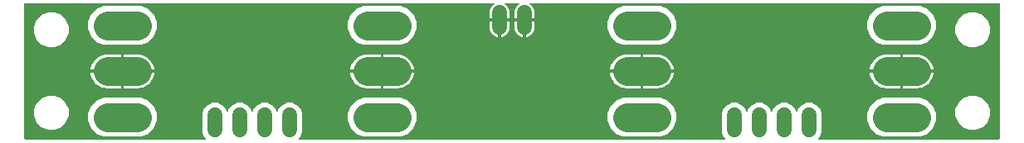
<source format=gbr>
G04 EAGLE Gerber RS-274X export*
G75*
%MOMM*%
%FSLAX34Y34*%
%LPD*%
%INBottom Copper*%
%IPPOS*%
%AMOC8*
5,1,8,0,0,1.08239X$1,22.5*%
G01*
%ADD10C,1.524000*%
%ADD11C,3.000000*%

G36*
X187164Y2512D02*
X187164Y2512D01*
X187235Y2514D01*
X187284Y2532D01*
X187336Y2540D01*
X187399Y2574D01*
X187466Y2599D01*
X187507Y2631D01*
X187553Y2656D01*
X187603Y2708D01*
X187659Y2752D01*
X187687Y2796D01*
X187723Y2834D01*
X187753Y2899D01*
X187792Y2959D01*
X187804Y3010D01*
X187826Y3057D01*
X187834Y3128D01*
X187852Y3198D01*
X187848Y3250D01*
X187853Y3301D01*
X187838Y3372D01*
X187832Y3443D01*
X187812Y3491D01*
X187801Y3542D01*
X187764Y3603D01*
X187736Y3669D01*
X187691Y3725D01*
X187675Y3753D01*
X187657Y3768D01*
X187631Y3800D01*
X186201Y5231D01*
X184279Y9870D01*
X184279Y30130D01*
X186201Y34769D01*
X189751Y38319D01*
X194390Y40241D01*
X199410Y40241D01*
X204049Y38319D01*
X207599Y34769D01*
X208897Y31637D01*
X208935Y31576D01*
X208964Y31511D01*
X208999Y31472D01*
X209026Y31428D01*
X209082Y31382D01*
X209130Y31329D01*
X209176Y31304D01*
X209216Y31271D01*
X209283Y31245D01*
X209346Y31211D01*
X209397Y31202D01*
X209445Y31183D01*
X209517Y31180D01*
X209588Y31167D01*
X209639Y31175D01*
X209691Y31172D01*
X209760Y31192D01*
X209831Y31203D01*
X209877Y31227D01*
X209927Y31241D01*
X209986Y31282D01*
X210050Y31314D01*
X210087Y31352D01*
X210129Y31381D01*
X210172Y31439D01*
X210222Y31490D01*
X210257Y31553D01*
X210276Y31579D01*
X210283Y31601D01*
X210303Y31637D01*
X211601Y34769D01*
X215151Y38319D01*
X219790Y40241D01*
X224810Y40241D01*
X229449Y38319D01*
X232999Y34769D01*
X234297Y31637D01*
X234335Y31576D01*
X234364Y31511D01*
X234399Y31472D01*
X234426Y31428D01*
X234482Y31382D01*
X234530Y31329D01*
X234576Y31304D01*
X234616Y31271D01*
X234683Y31245D01*
X234746Y31211D01*
X234797Y31202D01*
X234845Y31183D01*
X234917Y31180D01*
X234988Y31167D01*
X235039Y31175D01*
X235091Y31172D01*
X235160Y31192D01*
X235231Y31203D01*
X235277Y31227D01*
X235327Y31241D01*
X235386Y31282D01*
X235450Y31314D01*
X235487Y31352D01*
X235529Y31381D01*
X235572Y31439D01*
X235622Y31490D01*
X235657Y31553D01*
X235676Y31579D01*
X235683Y31601D01*
X235703Y31637D01*
X237001Y34769D01*
X240551Y38319D01*
X245190Y40241D01*
X250210Y40241D01*
X254849Y38319D01*
X258399Y34769D01*
X259697Y31637D01*
X259735Y31576D01*
X259764Y31511D01*
X259799Y31472D01*
X259826Y31428D01*
X259882Y31382D01*
X259930Y31329D01*
X259976Y31304D01*
X260016Y31271D01*
X260083Y31245D01*
X260146Y31211D01*
X260197Y31202D01*
X260245Y31183D01*
X260317Y31180D01*
X260388Y31167D01*
X260439Y31175D01*
X260491Y31172D01*
X260560Y31192D01*
X260631Y31203D01*
X260677Y31227D01*
X260727Y31241D01*
X260786Y31282D01*
X260850Y31314D01*
X260887Y31352D01*
X260929Y31381D01*
X260972Y31439D01*
X261022Y31490D01*
X261057Y31553D01*
X261076Y31579D01*
X261083Y31601D01*
X261103Y31637D01*
X262401Y34769D01*
X265951Y38319D01*
X270590Y40241D01*
X275610Y40241D01*
X280249Y38319D01*
X283799Y34769D01*
X285721Y30130D01*
X285721Y9870D01*
X283799Y5231D01*
X282369Y3800D01*
X282327Y3742D01*
X282277Y3690D01*
X282256Y3643D01*
X282225Y3601D01*
X282204Y3532D01*
X282174Y3467D01*
X282168Y3415D01*
X282153Y3365D01*
X282155Y3294D01*
X282147Y3223D01*
X282158Y3172D01*
X282159Y3120D01*
X282184Y3052D01*
X282199Y2982D01*
X282226Y2937D01*
X282244Y2889D01*
X282288Y2833D01*
X282325Y2771D01*
X282365Y2737D01*
X282397Y2697D01*
X282458Y2658D01*
X282512Y2611D01*
X282560Y2592D01*
X282604Y2564D01*
X282674Y2546D01*
X282740Y2519D01*
X282812Y2511D01*
X282843Y2503D01*
X282866Y2505D01*
X282907Y2501D01*
X717093Y2501D01*
X717164Y2512D01*
X717235Y2514D01*
X717284Y2532D01*
X717336Y2540D01*
X717399Y2574D01*
X717466Y2599D01*
X717507Y2631D01*
X717553Y2656D01*
X717603Y2708D01*
X717659Y2752D01*
X717687Y2796D01*
X717723Y2834D01*
X717753Y2899D01*
X717792Y2959D01*
X717804Y3010D01*
X717826Y3057D01*
X717834Y3128D01*
X717852Y3198D01*
X717848Y3250D01*
X717853Y3301D01*
X717838Y3372D01*
X717832Y3443D01*
X717812Y3491D01*
X717801Y3542D01*
X717764Y3603D01*
X717736Y3669D01*
X717691Y3725D01*
X717675Y3753D01*
X717657Y3768D01*
X717631Y3800D01*
X716201Y5231D01*
X714279Y9870D01*
X714279Y30130D01*
X716201Y34769D01*
X719751Y38319D01*
X724390Y40241D01*
X729410Y40241D01*
X734049Y38319D01*
X737599Y34769D01*
X738897Y31637D01*
X738935Y31576D01*
X738964Y31511D01*
X738999Y31472D01*
X739026Y31428D01*
X739082Y31382D01*
X739130Y31329D01*
X739176Y31304D01*
X739216Y31271D01*
X739283Y31245D01*
X739346Y31211D01*
X739397Y31202D01*
X739445Y31183D01*
X739517Y31180D01*
X739588Y31167D01*
X739639Y31175D01*
X739691Y31172D01*
X739760Y31192D01*
X739831Y31203D01*
X739877Y31227D01*
X739927Y31241D01*
X739986Y31282D01*
X740050Y31314D01*
X740087Y31352D01*
X740129Y31381D01*
X740172Y31439D01*
X740222Y31490D01*
X740257Y31553D01*
X740276Y31579D01*
X740283Y31601D01*
X740303Y31637D01*
X741601Y34769D01*
X745151Y38319D01*
X749790Y40241D01*
X754810Y40241D01*
X759449Y38319D01*
X762999Y34769D01*
X764297Y31637D01*
X764335Y31576D01*
X764364Y31511D01*
X764399Y31472D01*
X764426Y31428D01*
X764482Y31382D01*
X764530Y31329D01*
X764576Y31304D01*
X764616Y31271D01*
X764683Y31245D01*
X764746Y31211D01*
X764797Y31202D01*
X764845Y31183D01*
X764917Y31180D01*
X764988Y31167D01*
X765039Y31175D01*
X765091Y31172D01*
X765160Y31192D01*
X765231Y31203D01*
X765277Y31227D01*
X765327Y31241D01*
X765386Y31282D01*
X765450Y31314D01*
X765487Y31352D01*
X765529Y31381D01*
X765572Y31439D01*
X765622Y31490D01*
X765657Y31553D01*
X765676Y31579D01*
X765683Y31601D01*
X765703Y31637D01*
X767001Y34769D01*
X770551Y38319D01*
X775190Y40241D01*
X780210Y40241D01*
X784849Y38319D01*
X788399Y34769D01*
X789697Y31637D01*
X789735Y31576D01*
X789764Y31511D01*
X789799Y31472D01*
X789826Y31428D01*
X789882Y31382D01*
X789930Y31329D01*
X789976Y31304D01*
X790016Y31271D01*
X790083Y31245D01*
X790146Y31211D01*
X790197Y31202D01*
X790245Y31183D01*
X790317Y31180D01*
X790388Y31167D01*
X790439Y31175D01*
X790491Y31172D01*
X790560Y31192D01*
X790631Y31203D01*
X790677Y31227D01*
X790727Y31241D01*
X790786Y31282D01*
X790850Y31314D01*
X790887Y31352D01*
X790929Y31381D01*
X790972Y31439D01*
X791022Y31490D01*
X791057Y31553D01*
X791076Y31579D01*
X791083Y31601D01*
X791103Y31637D01*
X792401Y34769D01*
X795951Y38319D01*
X800590Y40241D01*
X805610Y40241D01*
X810249Y38319D01*
X813799Y34769D01*
X815721Y30130D01*
X815721Y9870D01*
X813799Y5231D01*
X812369Y3800D01*
X812327Y3742D01*
X812277Y3690D01*
X812256Y3643D01*
X812225Y3601D01*
X812204Y3532D01*
X812174Y3467D01*
X812168Y3415D01*
X812153Y3365D01*
X812155Y3294D01*
X812147Y3223D01*
X812158Y3172D01*
X812159Y3120D01*
X812184Y3052D01*
X812199Y2982D01*
X812226Y2937D01*
X812244Y2889D01*
X812288Y2833D01*
X812325Y2771D01*
X812365Y2737D01*
X812397Y2697D01*
X812458Y2658D01*
X812512Y2611D01*
X812560Y2592D01*
X812604Y2564D01*
X812674Y2546D01*
X812740Y2519D01*
X812812Y2511D01*
X812843Y2503D01*
X812866Y2505D01*
X812907Y2501D01*
X996738Y2501D01*
X996758Y2504D01*
X996777Y2502D01*
X996879Y2524D01*
X996981Y2540D01*
X996998Y2550D01*
X997018Y2554D01*
X997107Y2607D01*
X997198Y2656D01*
X997212Y2670D01*
X997229Y2680D01*
X997296Y2759D01*
X997368Y2834D01*
X997376Y2852D01*
X997389Y2867D01*
X997428Y2963D01*
X997471Y3057D01*
X997473Y3077D01*
X997481Y3095D01*
X997499Y3262D01*
X997499Y141738D01*
X997496Y141758D01*
X997498Y141777D01*
X997476Y141879D01*
X997460Y141981D01*
X997450Y141998D01*
X997446Y142018D01*
X997393Y142107D01*
X997344Y142198D01*
X997330Y142212D01*
X997320Y142229D01*
X997241Y142296D01*
X997166Y142368D01*
X997148Y142376D01*
X997133Y142389D01*
X997037Y142428D01*
X996943Y142471D01*
X996923Y142473D01*
X996905Y142481D01*
X996738Y142499D01*
X518664Y142499D01*
X518656Y142498D01*
X518648Y142499D01*
X518534Y142478D01*
X518421Y142460D01*
X518414Y142456D01*
X518406Y142454D01*
X518305Y142398D01*
X518204Y142344D01*
X518198Y142339D01*
X518191Y142335D01*
X518113Y142250D01*
X518034Y142166D01*
X518031Y142159D01*
X518025Y142153D01*
X517979Y142047D01*
X517931Y141943D01*
X517930Y141935D01*
X517926Y141928D01*
X517916Y141813D01*
X517903Y141699D01*
X517905Y141691D01*
X517904Y141683D01*
X517931Y141570D01*
X517956Y141458D01*
X517960Y141451D01*
X517962Y141444D01*
X518023Y141345D01*
X518082Y141247D01*
X518088Y141242D01*
X518092Y141235D01*
X518216Y141122D01*
X519293Y140340D01*
X520420Y139213D01*
X521356Y137924D01*
X522079Y136505D01*
X522572Y134990D01*
X522821Y133417D01*
X522821Y126523D01*
X513462Y126523D01*
X513442Y126520D01*
X513423Y126522D01*
X513321Y126500D01*
X513219Y126483D01*
X513202Y126474D01*
X513182Y126470D01*
X513093Y126417D01*
X513002Y126368D01*
X512988Y126354D01*
X512971Y126344D01*
X512904Y126265D01*
X512833Y126190D01*
X512824Y126172D01*
X512811Y126157D01*
X512773Y126061D01*
X512729Y125967D01*
X512727Y125947D01*
X512719Y125929D01*
X512701Y125762D01*
X512701Y124999D01*
X512699Y124999D01*
X512699Y125762D01*
X512696Y125782D01*
X512698Y125801D01*
X512676Y125903D01*
X512659Y126005D01*
X512650Y126022D01*
X512646Y126042D01*
X512593Y126131D01*
X512544Y126222D01*
X512530Y126236D01*
X512520Y126253D01*
X512441Y126320D01*
X512366Y126391D01*
X512348Y126400D01*
X512333Y126413D01*
X512237Y126452D01*
X512143Y126495D01*
X512123Y126497D01*
X512105Y126505D01*
X511938Y126523D01*
X502579Y126523D01*
X502579Y133417D01*
X502828Y134990D01*
X503321Y136505D01*
X504044Y137924D01*
X504980Y139213D01*
X506107Y140340D01*
X507184Y141122D01*
X507189Y141128D01*
X507196Y141132D01*
X507275Y141215D01*
X507357Y141297D01*
X507360Y141304D01*
X507366Y141310D01*
X507414Y141414D01*
X507465Y141518D01*
X507466Y141526D01*
X507469Y141533D01*
X507482Y141647D01*
X507497Y141762D01*
X507496Y141770D01*
X507497Y141777D01*
X507472Y141890D01*
X507450Y142003D01*
X507446Y142010D01*
X507444Y142018D01*
X507385Y142117D01*
X507328Y142217D01*
X507322Y142222D01*
X507318Y142229D01*
X507230Y142304D01*
X507145Y142381D01*
X507137Y142384D01*
X507131Y142389D01*
X507024Y142432D01*
X506918Y142477D01*
X506911Y142478D01*
X506903Y142481D01*
X506736Y142499D01*
X493264Y142499D01*
X493256Y142498D01*
X493248Y142499D01*
X493134Y142478D01*
X493021Y142460D01*
X493014Y142456D01*
X493006Y142454D01*
X492905Y142398D01*
X492804Y142344D01*
X492798Y142339D01*
X492791Y142335D01*
X492713Y142250D01*
X492634Y142166D01*
X492631Y142159D01*
X492625Y142153D01*
X492579Y142047D01*
X492531Y141943D01*
X492530Y141935D01*
X492526Y141928D01*
X492516Y141813D01*
X492503Y141699D01*
X492505Y141691D01*
X492504Y141683D01*
X492531Y141570D01*
X492556Y141458D01*
X492560Y141451D01*
X492562Y141444D01*
X492623Y141345D01*
X492682Y141247D01*
X492688Y141242D01*
X492692Y141235D01*
X492816Y141122D01*
X493893Y140340D01*
X495020Y139213D01*
X495956Y137924D01*
X496679Y136505D01*
X497172Y134990D01*
X497421Y133417D01*
X497421Y126523D01*
X488062Y126523D01*
X488042Y126520D01*
X488023Y126522D01*
X487921Y126500D01*
X487819Y126483D01*
X487802Y126474D01*
X487782Y126470D01*
X487693Y126417D01*
X487602Y126368D01*
X487588Y126354D01*
X487571Y126344D01*
X487504Y126265D01*
X487433Y126190D01*
X487424Y126172D01*
X487411Y126157D01*
X487373Y126061D01*
X487329Y125967D01*
X487327Y125947D01*
X487319Y125929D01*
X487301Y125762D01*
X487301Y124999D01*
X487299Y124999D01*
X487299Y125762D01*
X487296Y125782D01*
X487298Y125801D01*
X487276Y125903D01*
X487259Y126005D01*
X487250Y126022D01*
X487246Y126042D01*
X487193Y126131D01*
X487144Y126222D01*
X487130Y126236D01*
X487120Y126253D01*
X487041Y126320D01*
X486966Y126391D01*
X486948Y126400D01*
X486933Y126413D01*
X486837Y126452D01*
X486743Y126495D01*
X486723Y126497D01*
X486705Y126505D01*
X486538Y126523D01*
X477179Y126523D01*
X477179Y133417D01*
X477428Y134990D01*
X477921Y136505D01*
X478644Y137924D01*
X479580Y139213D01*
X480707Y140340D01*
X481784Y141122D01*
X481789Y141128D01*
X481796Y141132D01*
X481875Y141215D01*
X481957Y141297D01*
X481960Y141304D01*
X481966Y141310D01*
X482014Y141414D01*
X482065Y141518D01*
X482066Y141526D01*
X482069Y141533D01*
X482082Y141647D01*
X482097Y141762D01*
X482096Y141770D01*
X482097Y141777D01*
X482072Y141890D01*
X482050Y142003D01*
X482046Y142010D01*
X482044Y142018D01*
X481985Y142117D01*
X481928Y142217D01*
X481922Y142222D01*
X481918Y142229D01*
X481830Y142304D01*
X481745Y142381D01*
X481737Y142384D01*
X481731Y142389D01*
X481624Y142432D01*
X481518Y142477D01*
X481511Y142478D01*
X481503Y142481D01*
X481336Y142499D01*
X3262Y142499D01*
X3242Y142496D01*
X3223Y142498D01*
X3121Y142476D01*
X3019Y142460D01*
X3002Y142450D01*
X2982Y142446D01*
X2893Y142393D01*
X2802Y142344D01*
X2788Y142330D01*
X2771Y142320D01*
X2704Y142241D01*
X2632Y142166D01*
X2624Y142148D01*
X2611Y142133D01*
X2572Y142037D01*
X2529Y141943D01*
X2527Y141923D01*
X2519Y141905D01*
X2501Y141738D01*
X2501Y3262D01*
X2504Y3242D01*
X2502Y3223D01*
X2524Y3121D01*
X2540Y3019D01*
X2550Y3002D01*
X2554Y2982D01*
X2607Y2893D01*
X2656Y2802D01*
X2670Y2788D01*
X2680Y2771D01*
X2759Y2704D01*
X2834Y2632D01*
X2852Y2624D01*
X2867Y2611D01*
X2963Y2572D01*
X3057Y2529D01*
X3077Y2527D01*
X3095Y2519D01*
X3262Y2501D01*
X187093Y2501D01*
X187164Y2512D01*
G37*
%LPC*%
G36*
X878522Y99489D02*
X878522Y99489D01*
X871170Y102534D01*
X865544Y108160D01*
X862499Y115512D01*
X862499Y123468D01*
X865544Y130820D01*
X871170Y136446D01*
X878522Y139491D01*
X916478Y139491D01*
X923830Y136446D01*
X929456Y130820D01*
X932501Y123468D01*
X932501Y115512D01*
X929456Y108160D01*
X923830Y102534D01*
X916478Y99489D01*
X878522Y99489D01*
G37*
%LPD*%
%LPC*%
G36*
X613522Y99489D02*
X613522Y99489D01*
X606170Y102534D01*
X600544Y108160D01*
X597499Y115512D01*
X597499Y123468D01*
X600544Y130820D01*
X606170Y136446D01*
X613522Y139491D01*
X651478Y139491D01*
X658830Y136446D01*
X664456Y130820D01*
X667501Y123468D01*
X667501Y115512D01*
X664456Y108160D01*
X658830Y102534D01*
X651478Y99489D01*
X613522Y99489D01*
G37*
%LPD*%
%LPC*%
G36*
X348522Y99489D02*
X348522Y99489D01*
X341170Y102534D01*
X335544Y108160D01*
X332499Y115512D01*
X332499Y123468D01*
X335544Y130820D01*
X341170Y136446D01*
X348522Y139491D01*
X386478Y139491D01*
X393830Y136446D01*
X399456Y130820D01*
X402501Y123468D01*
X402501Y115512D01*
X399456Y108160D01*
X393830Y102534D01*
X386478Y99489D01*
X348522Y99489D01*
G37*
%LPD*%
%LPC*%
G36*
X83522Y99489D02*
X83522Y99489D01*
X76170Y102534D01*
X70544Y108160D01*
X67499Y115512D01*
X67499Y123468D01*
X70544Y130820D01*
X76170Y136446D01*
X83522Y139491D01*
X121478Y139491D01*
X128830Y136446D01*
X134456Y130820D01*
X137501Y123468D01*
X137501Y115512D01*
X134456Y108160D01*
X128830Y102534D01*
X121478Y99489D01*
X83522Y99489D01*
G37*
%LPD*%
%LPC*%
G36*
X348522Y5509D02*
X348522Y5509D01*
X341170Y8554D01*
X335544Y14180D01*
X332499Y21532D01*
X332499Y29488D01*
X335544Y36840D01*
X341170Y42466D01*
X348522Y45511D01*
X386478Y45511D01*
X393830Y42466D01*
X399456Y36840D01*
X402501Y29488D01*
X402501Y21532D01*
X399456Y14180D01*
X393830Y8554D01*
X386478Y5509D01*
X348522Y5509D01*
G37*
%LPD*%
%LPC*%
G36*
X83522Y5509D02*
X83522Y5509D01*
X76170Y8554D01*
X70544Y14180D01*
X67499Y21532D01*
X67499Y29488D01*
X70544Y36840D01*
X76170Y42466D01*
X83522Y45511D01*
X121478Y45511D01*
X128830Y42466D01*
X134456Y36840D01*
X137501Y29488D01*
X137501Y21532D01*
X134456Y14180D01*
X128830Y8554D01*
X121478Y5509D01*
X83522Y5509D01*
G37*
%LPD*%
%LPC*%
G36*
X878522Y5509D02*
X878522Y5509D01*
X871170Y8554D01*
X865544Y14180D01*
X862499Y21532D01*
X862499Y29488D01*
X865544Y36840D01*
X871170Y42466D01*
X878522Y45511D01*
X916478Y45511D01*
X923830Y42466D01*
X929456Y36840D01*
X932501Y29488D01*
X932501Y21532D01*
X929456Y14180D01*
X923830Y8554D01*
X916478Y5509D01*
X878522Y5509D01*
G37*
%LPD*%
%LPC*%
G36*
X613522Y5509D02*
X613522Y5509D01*
X606170Y8554D01*
X600544Y14180D01*
X597499Y21532D01*
X597499Y29488D01*
X600544Y36840D01*
X606170Y42466D01*
X613522Y45511D01*
X651478Y45511D01*
X658830Y42466D01*
X664456Y36840D01*
X667501Y29488D01*
X667501Y21532D01*
X664456Y14180D01*
X658830Y8554D01*
X651478Y5509D01*
X613522Y5509D01*
G37*
%LPD*%
%LPC*%
G36*
X966519Y97499D02*
X966519Y97499D01*
X960087Y100164D01*
X955164Y105087D01*
X952499Y111519D01*
X952499Y118481D01*
X955164Y124913D01*
X960087Y129836D01*
X966519Y132501D01*
X973481Y132501D01*
X979913Y129836D01*
X984836Y124913D01*
X987501Y118481D01*
X987501Y111519D01*
X984836Y105087D01*
X979913Y100164D01*
X973481Y97499D01*
X966519Y97499D01*
G37*
%LPD*%
%LPC*%
G36*
X26519Y97499D02*
X26519Y97499D01*
X20087Y100164D01*
X15164Y105087D01*
X12499Y111519D01*
X12499Y118481D01*
X15164Y124913D01*
X20087Y129836D01*
X26519Y132501D01*
X33481Y132501D01*
X39913Y129836D01*
X44836Y124913D01*
X47501Y118481D01*
X47501Y111519D01*
X44836Y105087D01*
X39913Y100164D01*
X33481Y97499D01*
X26519Y97499D01*
G37*
%LPD*%
%LPC*%
G36*
X966519Y12499D02*
X966519Y12499D01*
X960087Y15164D01*
X955164Y20087D01*
X952499Y26519D01*
X952499Y33481D01*
X955164Y39913D01*
X960087Y44836D01*
X966519Y47501D01*
X973481Y47501D01*
X979913Y44836D01*
X984836Y39913D01*
X987501Y33481D01*
X987501Y26519D01*
X984836Y20087D01*
X979913Y15164D01*
X973481Y12499D01*
X966519Y12499D01*
G37*
%LPD*%
%LPC*%
G36*
X26519Y12499D02*
X26519Y12499D01*
X20087Y15164D01*
X15164Y20087D01*
X12499Y26519D01*
X12499Y33481D01*
X15164Y39913D01*
X20087Y44836D01*
X26519Y47501D01*
X33481Y47501D01*
X39913Y44836D01*
X44836Y39913D01*
X47501Y33481D01*
X47501Y26519D01*
X44836Y20087D01*
X39913Y15164D01*
X33481Y12499D01*
X26519Y12499D01*
G37*
%LPD*%
%LPC*%
G36*
X104023Y74023D02*
X104023Y74023D01*
X104023Y90001D01*
X118647Y90001D01*
X120922Y89701D01*
X123137Y89108D01*
X125257Y88230D01*
X127244Y87083D01*
X129064Y85686D01*
X130686Y84064D01*
X132083Y82244D01*
X133230Y80257D01*
X134108Y78137D01*
X134701Y75922D01*
X134951Y74023D01*
X104023Y74023D01*
G37*
%LPD*%
%LPC*%
G36*
X369023Y74023D02*
X369023Y74023D01*
X369023Y90001D01*
X383647Y90001D01*
X385922Y89701D01*
X388137Y89108D01*
X390257Y88230D01*
X392244Y87083D01*
X394064Y85686D01*
X395686Y84064D01*
X397083Y82244D01*
X398230Y80257D01*
X399108Y78137D01*
X399701Y75922D01*
X399951Y74023D01*
X369023Y74023D01*
G37*
%LPD*%
%LPC*%
G36*
X634023Y74023D02*
X634023Y74023D01*
X634023Y90001D01*
X648647Y90001D01*
X650922Y89701D01*
X653137Y89108D01*
X655257Y88230D01*
X657244Y87083D01*
X659064Y85686D01*
X660686Y84064D01*
X662083Y82244D01*
X663230Y80257D01*
X664108Y78137D01*
X664701Y75922D01*
X664951Y74023D01*
X634023Y74023D01*
G37*
%LPD*%
%LPC*%
G36*
X899023Y74023D02*
X899023Y74023D01*
X899023Y90001D01*
X913647Y90001D01*
X915922Y89701D01*
X918137Y89108D01*
X920257Y88230D01*
X922244Y87083D01*
X924064Y85686D01*
X925686Y84064D01*
X927083Y82244D01*
X928230Y80257D01*
X929108Y78137D01*
X929701Y75922D01*
X929951Y74023D01*
X899023Y74023D01*
G37*
%LPD*%
%LPC*%
G36*
X865049Y74023D02*
X865049Y74023D01*
X865299Y75922D01*
X865892Y78137D01*
X866770Y80257D01*
X867917Y82244D01*
X869314Y84064D01*
X870936Y85686D01*
X872756Y87083D01*
X874743Y88230D01*
X876863Y89108D01*
X879078Y89701D01*
X881353Y90001D01*
X895977Y90001D01*
X895977Y74023D01*
X865049Y74023D01*
G37*
%LPD*%
%LPC*%
G36*
X600049Y74023D02*
X600049Y74023D01*
X600299Y75922D01*
X600892Y78137D01*
X601770Y80257D01*
X602917Y82244D01*
X604314Y84064D01*
X605936Y85686D01*
X607756Y87083D01*
X609743Y88230D01*
X611863Y89108D01*
X614078Y89701D01*
X616353Y90001D01*
X630977Y90001D01*
X630977Y74023D01*
X600049Y74023D01*
G37*
%LPD*%
%LPC*%
G36*
X335049Y74023D02*
X335049Y74023D01*
X335299Y75922D01*
X335892Y78137D01*
X336770Y80257D01*
X337917Y82244D01*
X339314Y84064D01*
X340936Y85686D01*
X342756Y87083D01*
X344743Y88230D01*
X346863Y89108D01*
X349078Y89701D01*
X351353Y90001D01*
X365977Y90001D01*
X365977Y74023D01*
X335049Y74023D01*
G37*
%LPD*%
%LPC*%
G36*
X70049Y74023D02*
X70049Y74023D01*
X70299Y75922D01*
X70892Y78137D01*
X71770Y80257D01*
X72917Y82244D01*
X74314Y84064D01*
X75936Y85686D01*
X77756Y87083D01*
X79743Y88230D01*
X81863Y89108D01*
X84078Y89701D01*
X86353Y90001D01*
X100977Y90001D01*
X100977Y74023D01*
X70049Y74023D01*
G37*
%LPD*%
%LPC*%
G36*
X104023Y54999D02*
X104023Y54999D01*
X104023Y70977D01*
X134951Y70977D01*
X134701Y69078D01*
X134108Y66863D01*
X133230Y64743D01*
X132083Y62756D01*
X130686Y60936D01*
X129064Y59314D01*
X127244Y57917D01*
X125257Y56770D01*
X123137Y55892D01*
X120922Y55299D01*
X118647Y54999D01*
X104023Y54999D01*
G37*
%LPD*%
%LPC*%
G36*
X899023Y54999D02*
X899023Y54999D01*
X899023Y70977D01*
X929951Y70977D01*
X929701Y69078D01*
X929108Y66863D01*
X928230Y64743D01*
X927083Y62756D01*
X925686Y60936D01*
X924064Y59314D01*
X922244Y57917D01*
X920257Y56770D01*
X918137Y55892D01*
X915922Y55299D01*
X913647Y54999D01*
X899023Y54999D01*
G37*
%LPD*%
%LPC*%
G36*
X634023Y54999D02*
X634023Y54999D01*
X634023Y70977D01*
X664951Y70977D01*
X664701Y69078D01*
X664108Y66863D01*
X663230Y64743D01*
X662083Y62756D01*
X660686Y60936D01*
X659064Y59314D01*
X657244Y57917D01*
X655257Y56770D01*
X653137Y55892D01*
X650922Y55299D01*
X648647Y54999D01*
X634023Y54999D01*
G37*
%LPD*%
%LPC*%
G36*
X369023Y54999D02*
X369023Y54999D01*
X369023Y70977D01*
X399951Y70977D01*
X399701Y69078D01*
X399108Y66863D01*
X398230Y64743D01*
X397083Y62756D01*
X395686Y60936D01*
X394064Y59314D01*
X392244Y57917D01*
X390257Y56770D01*
X388137Y55892D01*
X385922Y55299D01*
X383647Y54999D01*
X369023Y54999D01*
G37*
%LPD*%
%LPC*%
G36*
X351353Y54999D02*
X351353Y54999D01*
X349078Y55299D01*
X346863Y55892D01*
X344743Y56770D01*
X342756Y57917D01*
X340936Y59314D01*
X339314Y60936D01*
X337917Y62756D01*
X336770Y64743D01*
X335892Y66863D01*
X335299Y69078D01*
X335049Y70977D01*
X365977Y70977D01*
X365977Y54999D01*
X351353Y54999D01*
G37*
%LPD*%
%LPC*%
G36*
X881353Y54999D02*
X881353Y54999D01*
X879078Y55299D01*
X876863Y55892D01*
X874743Y56770D01*
X872756Y57917D01*
X870936Y59314D01*
X869314Y60936D01*
X867917Y62756D01*
X866770Y64743D01*
X865892Y66863D01*
X865299Y69078D01*
X865049Y70977D01*
X895977Y70977D01*
X895977Y54999D01*
X881353Y54999D01*
G37*
%LPD*%
%LPC*%
G36*
X616353Y54999D02*
X616353Y54999D01*
X614078Y55299D01*
X611863Y55892D01*
X609743Y56770D01*
X607756Y57917D01*
X605936Y59314D01*
X604314Y60936D01*
X602917Y62756D01*
X601770Y64743D01*
X600892Y66863D01*
X600299Y69078D01*
X600049Y70977D01*
X630977Y70977D01*
X630977Y54999D01*
X616353Y54999D01*
G37*
%LPD*%
%LPC*%
G36*
X86353Y54999D02*
X86353Y54999D01*
X84078Y55299D01*
X81863Y55892D01*
X79743Y56770D01*
X77756Y57917D01*
X75936Y59314D01*
X74314Y60936D01*
X72917Y62756D01*
X71770Y64743D01*
X70892Y66863D01*
X70299Y69078D01*
X70049Y70977D01*
X100977Y70977D01*
X100977Y54999D01*
X86353Y54999D01*
G37*
%LPD*%
%LPC*%
G36*
X514223Y123477D02*
X514223Y123477D01*
X522821Y123477D01*
X522821Y116583D01*
X522572Y115010D01*
X522079Y113495D01*
X521356Y112076D01*
X520420Y110787D01*
X519293Y109660D01*
X518004Y108724D01*
X516585Y108001D01*
X515070Y107508D01*
X514223Y107374D01*
X514223Y123477D01*
G37*
%LPD*%
%LPC*%
G36*
X488823Y123477D02*
X488823Y123477D01*
X497421Y123477D01*
X497421Y116583D01*
X497172Y115010D01*
X496679Y113495D01*
X495956Y112076D01*
X495020Y110787D01*
X493893Y109660D01*
X492604Y108724D01*
X491185Y108001D01*
X489670Y107508D01*
X488823Y107374D01*
X488823Y123477D01*
G37*
%LPD*%
%LPC*%
G36*
X510330Y107508D02*
X510330Y107508D01*
X508815Y108001D01*
X507396Y108724D01*
X506107Y109660D01*
X504980Y110787D01*
X504044Y112076D01*
X503321Y113495D01*
X502828Y115010D01*
X502579Y116583D01*
X502579Y123477D01*
X511177Y123477D01*
X511177Y107374D01*
X510330Y107508D01*
G37*
%LPD*%
%LPC*%
G36*
X484930Y107508D02*
X484930Y107508D01*
X483415Y108001D01*
X481996Y108724D01*
X480707Y109660D01*
X479580Y110787D01*
X478644Y112076D01*
X477921Y113495D01*
X477428Y115010D01*
X477179Y116583D01*
X477179Y123477D01*
X485777Y123477D01*
X485777Y107374D01*
X484930Y107508D01*
G37*
%LPD*%
%LPC*%
G36*
X102499Y72499D02*
X102499Y72499D01*
X102499Y72501D01*
X102501Y72501D01*
X102501Y72499D01*
X102499Y72499D01*
G37*
%LPD*%
%LPC*%
G36*
X897499Y72499D02*
X897499Y72499D01*
X897499Y72501D01*
X897501Y72501D01*
X897501Y72499D01*
X897499Y72499D01*
G37*
%LPD*%
%LPC*%
G36*
X632499Y72499D02*
X632499Y72499D01*
X632499Y72501D01*
X632501Y72501D01*
X632501Y72499D01*
X632499Y72499D01*
G37*
%LPD*%
%LPC*%
G36*
X367499Y72499D02*
X367499Y72499D01*
X367499Y72501D01*
X367501Y72501D01*
X367501Y72499D01*
X367499Y72499D01*
G37*
%LPD*%
D10*
X196900Y12380D02*
X196900Y27620D01*
X222300Y27620D02*
X222300Y12380D01*
X247700Y12380D02*
X247700Y27620D01*
X273100Y27620D02*
X273100Y12380D01*
X726900Y12380D02*
X726900Y27620D01*
X752300Y27620D02*
X752300Y12380D01*
X777700Y12380D02*
X777700Y27620D01*
X803100Y27620D02*
X803100Y12380D01*
X487300Y117380D02*
X487300Y132620D01*
X512700Y132620D02*
X512700Y117380D01*
D11*
X117500Y119490D02*
X87500Y119490D01*
X87500Y72500D02*
X117500Y72500D01*
X117500Y25510D02*
X87500Y25510D01*
X352500Y25510D02*
X382500Y25510D01*
X382500Y72500D02*
X352500Y72500D01*
X352500Y119490D02*
X382500Y119490D01*
X617500Y119490D02*
X647500Y119490D01*
X647500Y72500D02*
X617500Y72500D01*
X617500Y25510D02*
X647500Y25510D01*
X882500Y25510D02*
X912500Y25510D01*
X912500Y72500D02*
X882500Y72500D01*
X882500Y119490D02*
X912500Y119490D01*
M02*

</source>
